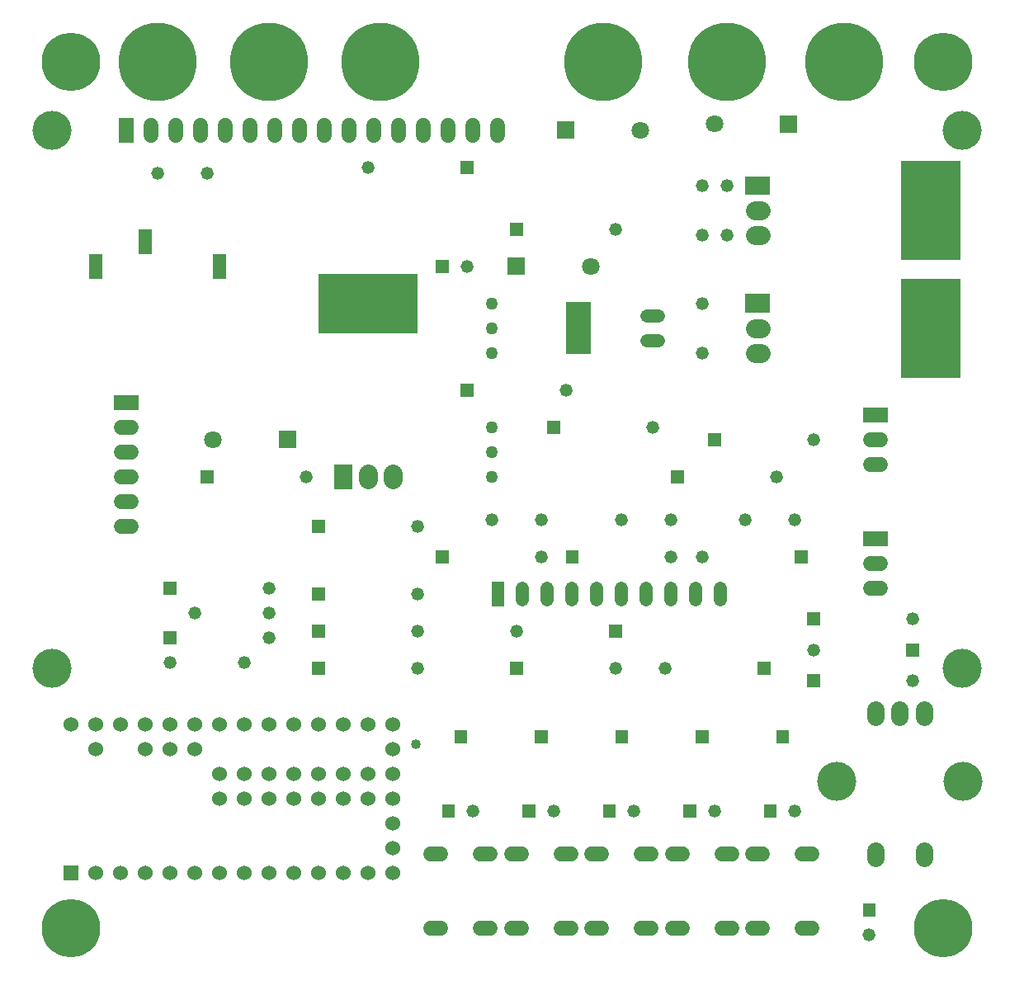
<source format=gbs>
%FSLAX24Y24*%
%MOIN*%
%ADD10C,0.0400*%
%ADD11C,0.0500*%
%ADD12C,0.0520*%
%ADD13C,0.0591*%
%ADD14C,0.0600*%
%ADD15C,0.0700*%
%ADD16C,0.0709*%
%ADD17C,0.0750*%
%ADD18C,0.1575*%
%ADD19C,0.2362*%
%ADD20C,0.3150*%
D10*
G01X15954Y9683D03*
D11*
G01X19000Y26500D03*
X19000Y27500D03*
X19000Y25500D03*
X19000Y21500D03*
X19000Y22500D03*
X19000Y20500D03*
D12*
G01X18250Y7000D03*
X36000Y12249D03*
X32000Y13500D03*
X24250Y18750D03*
X26250Y18750D03*
X30500Y20500D03*
X10000Y16000D03*
X24750Y7000D03*
X16000Y15750D03*
X27500Y27500D03*
X27500Y25500D03*
X28500Y30250D03*
X28500Y32250D03*
X26250Y17250D03*
X16000Y12749D03*
X29250Y18750D03*
X31250Y18750D03*
X24000Y30500D03*
X34250Y1999D03*
X13999Y33000D03*
X27500Y30250D03*
X27500Y32250D03*
X10000Y13999D03*
X21499Y7000D03*
X31250Y7000D03*
X7500Y32750D03*
X5499Y32750D03*
X18000Y29000D03*
X10000Y15000D03*
X7000Y15000D03*
X32000Y22000D03*
X21000Y17250D03*
X11500Y20500D03*
X25500Y22500D03*
X27500Y17250D03*
X22000Y24000D03*
X36000Y14750D03*
X28000Y7000D03*
X16000Y18500D03*
X19000Y18750D03*
X21000Y18750D03*
X26000Y12750D03*
X24000Y12749D03*
X20000Y14250D03*
X6000Y13000D03*
X9000Y13000D03*
X16000Y14250D03*
X25260Y26000D02*
X25740Y26000D01*
X25260Y27000D02*
X25740Y27000D01*
X20250Y15510D02*
X20250Y15990D01*
X24250Y15510D02*
X24250Y15990D01*
X25250Y15510D02*
X25250Y15990D01*
X23250Y15510D02*
X23250Y15990D01*
X26250Y15510D02*
X26250Y15990D01*
X28250Y15510D02*
X28250Y15990D01*
X27250Y15510D02*
X27250Y15990D01*
X21250Y15510D02*
X21250Y15990D01*
X22250Y15510D02*
X22250Y15990D01*
D13*
G01X14250Y34295D02*
X14250Y34704D01*
X9250Y34295D02*
X9250Y34704D01*
X7250Y34295D02*
X7250Y34704D01*
X12250Y34295D02*
X12250Y34704D01*
X19250Y34295D02*
X19250Y34704D01*
X6250Y34295D02*
X6250Y34704D01*
X8250Y34295D02*
X8250Y34704D01*
X11250Y34295D02*
X11250Y34704D01*
X16250Y34295D02*
X16250Y34704D01*
X15250Y34295D02*
X15250Y34704D01*
X5250Y34295D02*
X5250Y34704D01*
X18250Y34295D02*
X18250Y34704D01*
X17250Y34295D02*
X17250Y34704D01*
X10250Y34295D02*
X10250Y34704D01*
X13250Y34295D02*
X13250Y34704D01*
D14*
G01X11000Y4500D03*
X14000Y7500D03*
X3000Y4500D03*
X3000Y9500D03*
X14000Y4500D03*
X8000Y4500D03*
X13000Y8500D03*
X15000Y8500D03*
X11000Y10500D03*
X4000Y10500D03*
X15000Y10500D03*
X12000Y7500D03*
X9000Y7500D03*
X15000Y4500D03*
X12000Y10500D03*
X6000Y9500D03*
X7000Y10500D03*
X6000Y10500D03*
X13000Y4500D03*
X10000Y8500D03*
X3000Y10500D03*
X13000Y10500D03*
X5000Y10500D03*
X15000Y7500D03*
X11000Y7500D03*
X7000Y9500D03*
X12000Y8500D03*
X9000Y8500D03*
X13000Y7500D03*
X10000Y7500D03*
X5000Y4500D03*
X15000Y9500D03*
X15000Y5500D03*
X15000Y6500D03*
X5000Y9500D03*
X10000Y4500D03*
X7000Y4500D03*
X9000Y10500D03*
X8000Y8500D03*
X8000Y7500D03*
X14000Y8500D03*
X4000Y4500D03*
X6000Y4500D03*
X8000Y10500D03*
X11000Y8500D03*
X10000Y10500D03*
X12000Y4500D03*
X9000Y4500D03*
X14000Y10500D03*
X2000Y10500D03*
X31950Y5250D02*
X31550Y5250D01*
X31950Y2250D02*
X31550Y2250D01*
X29950Y5250D02*
X29550Y5250D01*
X29950Y2250D02*
X29550Y2250D01*
X34300Y16000D02*
X34700Y16000D01*
X34300Y17000D02*
X34700Y17000D01*
X25450Y5250D02*
X25050Y5250D01*
X25450Y2250D02*
X25050Y2250D01*
X23450Y5250D02*
X23050Y5250D01*
X23450Y2250D02*
X23050Y2250D01*
X18950Y5250D02*
X18550Y5250D01*
X18950Y2250D02*
X18550Y2250D01*
X16950Y5250D02*
X16550Y5250D01*
X16950Y2250D02*
X16550Y2250D01*
X34300Y21000D02*
X34700Y21000D01*
X34300Y22000D02*
X34700Y22000D01*
X4450Y19499D02*
X4050Y19499D01*
X4450Y18500D02*
X4050Y18500D01*
X4450Y21499D02*
X4050Y21499D01*
X4450Y20500D02*
X4050Y20500D01*
X4450Y22500D02*
X4050Y22500D01*
X28699Y5250D02*
X28300Y5250D01*
X28699Y2250D02*
X28300Y2250D01*
X26700Y5250D02*
X26300Y5250D01*
X26700Y2250D02*
X26300Y2250D01*
X22199Y5250D02*
X21799Y5250D01*
X22199Y2250D02*
X21799Y2250D01*
X20200Y5250D02*
X19800Y5250D01*
X20200Y2250D02*
X19800Y2250D01*
D15*
G01X36468Y5100D02*
X36468Y5399D01*
X34500Y10808D02*
X34500Y11108D01*
X34500Y5100D02*
X34500Y5399D01*
X36468Y10808D02*
X36468Y11108D01*
X35484Y10808D02*
X35484Y11108D01*
D16*
G01X7750Y22000D03*
X28000Y34749D03*
X23000Y29000D03*
X25000Y34500D03*
D17*
G01X14000Y20375D02*
X14000Y20625D01*
X15000Y20375D02*
X15000Y20625D01*
X29625Y30250D02*
X29875Y30250D01*
X29625Y31250D02*
X29875Y31250D01*
X29625Y25500D02*
X29875Y25500D01*
X29625Y26500D02*
X29875Y26500D01*
D18*
G01X1250Y12750D03*
X38000Y12750D03*
X1250Y34500D03*
X38000Y34500D03*
X32925Y8202D03*
X38043Y8202D03*
D19*
G01X37250Y37250D03*
X2000Y2250D03*
X37250Y2250D03*
X2000Y37250D03*
D20*
G01X23500Y37250D03*
X14500Y37250D03*
X33250Y37250D03*
X10000Y37250D03*
X28500Y37250D03*
X5500Y37250D03*
G36*
X17510Y7260D02*G01*
X16990Y7260D01*X16990Y6740D01*X17510Y6740D01*G37*
G36*
X23000Y26550D02*G01*
X22000Y26550D01*X22000Y25450D01*X23000Y25450D01*G37*
G36*
X23000Y27550D02*G01*
X22000Y27550D01*X22000Y26450D01*X23000Y26450D01*G37*
G36*
X32260Y12510D02*G01*
X31740Y12510D01*X31740Y11990D01*X32260Y11990D01*G37*
G36*
X2300Y4800D02*G01*
X1700Y4800D01*X1700Y4200D01*X2300Y4200D01*G37*
G36*
X4740Y29500D02*G01*
X5260Y29500D01*X5260Y30500D01*X4740Y30500D01*G37*
G36*
X7740Y28500D02*G01*
X8260Y28500D01*X8260Y29500D01*X7740Y29500D01*G37*
G36*
X2740Y28500D02*G01*
X3260Y28500D01*X3260Y29500D01*X2740Y29500D01*G37*
G36*
X10395Y21645D02*G01*
X11104Y21645D01*X11104Y22354D01*X10395Y22354D01*G37*
G36*
X35740Y13240D02*G01*
X36260Y13240D01*X36260Y13760D01*X35740Y13760D01*G37*
G36*
X21260Y10260D02*G01*
X20740Y10260D01*X20740Y9740D01*X21260Y9740D01*G37*
G36*
X26760Y20760D02*G01*
X26240Y20760D01*X26240Y20240D01*X26760Y20240D01*G37*
G36*
X35000Y17700D02*G01*
X35000Y18300D01*X34000Y18300D01*X34000Y17700D01*G37*
G36*
X6260Y16260D02*G01*
X5740Y16260D01*X5740Y15740D01*X6260Y15740D01*G37*
G36*
X24010Y7260D02*G01*
X23490Y7260D01*X23490Y6740D01*X24010Y6740D01*G37*
G36*
X12259Y16010D02*G01*
X11739Y16010D01*X11739Y15490D01*X12259Y15490D01*G37*
G36*
X18010Y10260D02*G01*
X17490Y10260D01*X17490Y9740D01*X18010Y9740D01*G37*
G36*
X35000Y22700D02*G01*
X35000Y23300D01*X34000Y23300D01*X34000Y22700D01*G37*
G36*
X22510Y17510D02*G01*
X21990Y17510D01*X21990Y16990D01*X22510Y16990D01*G37*
G36*
X12259Y13010D02*G01*
X11739Y13010D01*X11739Y12490D01*X12259Y12490D01*G37*
G36*
X31010Y10260D02*G01*
X30490Y10260D01*X30490Y9740D01*X31010Y9740D01*G37*
G36*
X16000Y28700D02*G01*
X12000Y28700D01*X12000Y26300D01*X16000Y26300D01*G37*
G36*
X13375Y21000D02*G01*
X12625Y21000D01*X12625Y20000D01*X13375Y20000D01*G37*
G36*
X20260Y30760D02*G01*
X19740Y30760D01*X19740Y30240D01*X20260Y30240D01*G37*
G36*
X4545Y35000D02*G01*
X3954Y35000D01*X3954Y34000D01*X4545Y34000D01*G37*
G36*
X34510Y2739D02*G01*
X34510Y3259D01*X33990Y3259D01*X33990Y2739D01*G37*
G36*
X17739Y32740D02*G01*
X18259Y32740D01*X18259Y33260D01*X17739Y33260D01*G37*
G36*
X6260Y14260D02*G01*
X5740Y14260D01*X5740Y13740D01*X6260Y13740D01*G37*
G36*
X3750Y23799D02*G01*
X3750Y23200D01*X4750Y23200D01*X4750Y23799D01*G37*
G36*
X30645Y34395D02*G01*
X31354Y34395D01*X31354Y35104D01*X30645Y35104D01*G37*
G36*
X20759Y7260D02*G01*
X20239Y7260D01*X20239Y6740D01*X20759Y6740D01*G37*
G36*
X20354Y29354D02*G01*
X19645Y29354D01*X19645Y28645D01*X20354Y28645D01*G37*
G36*
X30510Y7260D02*G01*
X29990Y7260D01*X29990Y6740D01*X30510Y6740D01*G37*
G36*
X24510Y10260D02*G01*
X23990Y10260D01*X23990Y9740D01*X24510Y9740D01*G37*
G36*
X17260Y29260D02*G01*
X16740Y29260D01*X16740Y28740D01*X17260Y28740D01*G37*
G36*
X27760Y10260D02*G01*
X27240Y10260D01*X27240Y9740D01*X27760Y9740D01*G37*
G36*
X28260Y22260D02*G01*
X27740Y22260D01*X27740Y21740D01*X28260Y21740D01*G37*
G36*
X30250Y31875D02*G01*
X30250Y32625D01*X29250Y32625D01*X29250Y31875D01*G37*
G36*
X37950Y29250D02*G01*
X37950Y33250D01*X35550Y33250D01*X35550Y29250D01*G37*
G36*
X22354Y34854D02*G01*
X21645Y34854D01*X21645Y34145D01*X22354Y34145D01*G37*
G36*
X17260Y17510D02*G01*
X16740Y17510D01*X16740Y16990D01*X17260Y16990D01*G37*
G36*
X7760Y20760D02*G01*
X7240Y20760D01*X7240Y20240D01*X7760Y20240D01*G37*
G36*
X21760Y22760D02*G01*
X21240Y22760D01*X21240Y22240D01*X21760Y22240D01*G37*
G36*
X31240Y16990D02*G01*
X31760Y16990D01*X31760Y17510D01*X31240Y17510D01*G37*
G36*
X18260Y24260D02*G01*
X17740Y24260D01*X17740Y23740D01*X18260Y23740D01*G37*
G36*
X32260Y15010D02*G01*
X31740Y15010D01*X31740Y14490D01*X32260Y14490D01*G37*
G36*
X27260Y7260D02*G01*
X26740Y7260D01*X26740Y6740D01*X27260Y6740D01*G37*
G36*
X12259Y18760D02*G01*
X11739Y18760D01*X11739Y18240D01*X12259Y18240D01*G37*
G36*
X29740Y12490D02*G01*
X30260Y12490D01*X30260Y13010D01*X29740Y13010D01*G37*
G36*
X20260Y13010D02*G01*
X19740Y13010D01*X19740Y12490D01*X20260Y12490D01*G37*
G36*
X23740Y13990D02*G01*
X24260Y13990D01*X24260Y14510D01*X23740Y14510D01*G37*
G36*
X12259Y14510D02*G01*
X11739Y14510D01*X11739Y13990D01*X12259Y13990D01*G37*
G36*
X19510Y16250D02*G01*
X18990Y16250D01*X18990Y15250D01*X19510Y15250D01*G37*
G36*
X30250Y27125D02*G01*
X30250Y27875D01*X29250Y27875D01*X29250Y27125D01*G37*
G36*
X37950Y24500D02*G01*
X37950Y28500D01*X35550Y28500D01*X35550Y24500D01*G37*
M02*

</source>
